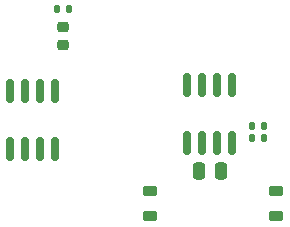
<source format=gbr>
%TF.GenerationSoftware,KiCad,Pcbnew,(6.0.0-0)*%
%TF.CreationDate,2022-03-04T22:18:36-05:00*%
%TF.ProjectId,thermalcouple,74686572-6d61-46c6-936f-75706c652e6b,rev?*%
%TF.SameCoordinates,Original*%
%TF.FileFunction,Paste,Top*%
%TF.FilePolarity,Positive*%
%FSLAX46Y46*%
G04 Gerber Fmt 4.6, Leading zero omitted, Abs format (unit mm)*
G04 Created by KiCad (PCBNEW (6.0.0-0)) date 2022-03-04 22:18:36*
%MOMM*%
%LPD*%
G01*
G04 APERTURE LIST*
G04 Aperture macros list*
%AMRoundRect*
0 Rectangle with rounded corners*
0 $1 Rounding radius*
0 $2 $3 $4 $5 $6 $7 $8 $9 X,Y pos of 4 corners*
0 Add a 4 corners polygon primitive as box body*
4,1,4,$2,$3,$4,$5,$6,$7,$8,$9,$2,$3,0*
0 Add four circle primitives for the rounded corners*
1,1,$1+$1,$2,$3*
1,1,$1+$1,$4,$5*
1,1,$1+$1,$6,$7*
1,1,$1+$1,$8,$9*
0 Add four rect primitives between the rounded corners*
20,1,$1+$1,$2,$3,$4,$5,0*
20,1,$1+$1,$4,$5,$6,$7,0*
20,1,$1+$1,$6,$7,$8,$9,0*
20,1,$1+$1,$8,$9,$2,$3,0*%
G04 Aperture macros list end*
%ADD10RoundRect,0.150000X0.150000X-0.825000X0.150000X0.825000X-0.150000X0.825000X-0.150000X-0.825000X0*%
%ADD11RoundRect,0.218750X0.381250X-0.218750X0.381250X0.218750X-0.381250X0.218750X-0.381250X-0.218750X0*%
%ADD12RoundRect,0.140000X-0.140000X-0.170000X0.140000X-0.170000X0.140000X0.170000X-0.140000X0.170000X0*%
%ADD13RoundRect,0.250000X0.250000X0.475000X-0.250000X0.475000X-0.250000X-0.475000X0.250000X-0.475000X0*%
%ADD14RoundRect,0.135000X0.135000X0.185000X-0.135000X0.185000X-0.135000X-0.185000X0.135000X-0.185000X0*%
%ADD15RoundRect,0.218750X-0.256250X0.218750X-0.256250X-0.218750X0.256250X-0.218750X0.256250X0.218750X0*%
G04 APERTURE END LIST*
D10*
%TO.C,U1*%
X109093000Y-75119000D03*
X110363000Y-75119000D03*
X111633000Y-75119000D03*
X112903000Y-75119000D03*
X112903000Y-70169000D03*
X111633000Y-70169000D03*
X110363000Y-70169000D03*
X109093000Y-70169000D03*
%TD*%
D11*
%TO.C,FB2*%
X105918000Y-79201500D03*
X105918000Y-81326500D03*
%TD*%
%TO.C,FB1*%
X116586000Y-81326500D03*
X116586000Y-79201500D03*
%TD*%
D12*
%TO.C,C3*%
X114582000Y-74676000D03*
X115542000Y-74676000D03*
%TD*%
%TO.C,C2*%
X114582000Y-73660000D03*
X115542000Y-73660000D03*
%TD*%
D13*
%TO.C,C1*%
X111948000Y-77470000D03*
X110048000Y-77470000D03*
%TD*%
D14*
%TO.C,R1*%
X99062000Y-63754000D03*
X98042000Y-63754000D03*
%TD*%
D10*
%TO.C,U3*%
X94107000Y-75627000D03*
X95377000Y-75627000D03*
X96647000Y-75627000D03*
X97917000Y-75627000D03*
X97917000Y-70677000D03*
X96647000Y-70677000D03*
X95377000Y-70677000D03*
X94107000Y-70677000D03*
%TD*%
D15*
%TO.C,D1*%
X98552000Y-66827500D03*
X98552000Y-65252500D03*
%TD*%
M02*

</source>
